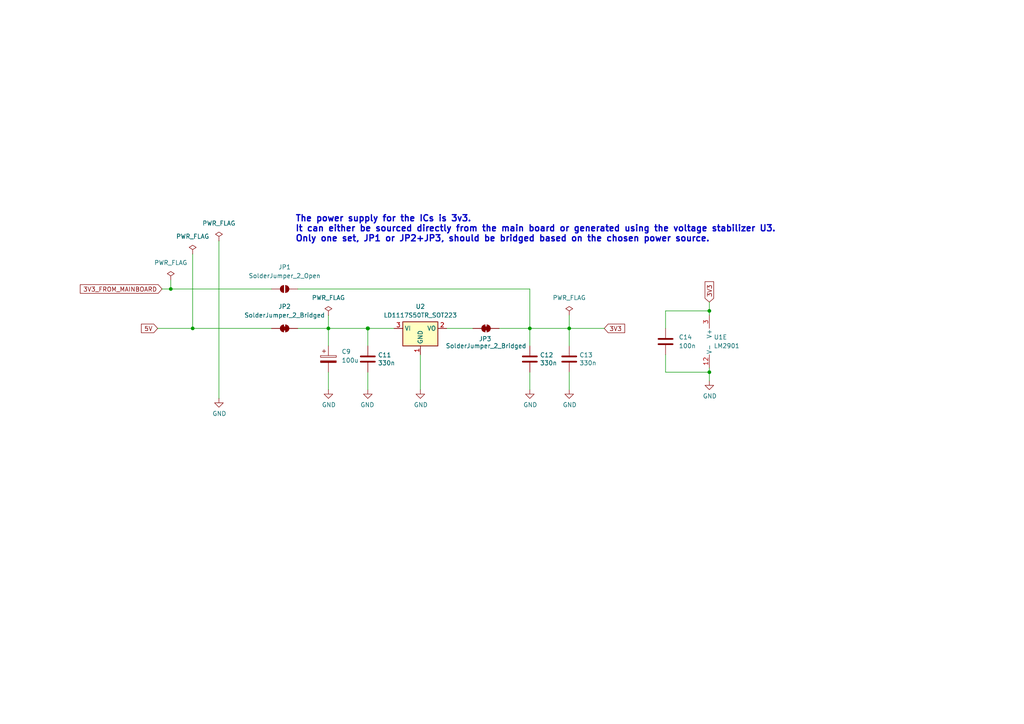
<source format=kicad_sch>
(kicad_sch (version 20250114) (generator "eeschema") (generator_version "9.0")
  (paper "A4")
  (lib_symbols
    (symbol "Comparator:LM2901" (pin_names (offset 0.127))
      (property "Reference" "U" (at 0 5.08 0))
      (property "Value" "LM2901" (at 0 -5.08 0))
      (symbol "LM2901_1_1"
        (polyline (pts (xy -5.08 5.08) (xy 5.08 0) (xy -5.08 -5.08) (xy -5.08 5.08)) (stroke (width 0.254)) (fill (type background)))
        (polyline (pts (xy 3.302 -0.508) (xy 2.794 -0.508) (xy 3.302 0) (xy 2.794 0.508) (xy 2.286 0) (xy 2.794 -0.508) (xy 2.286 -0.508)) (stroke (width 0.127)))
        (pin input line (at -7.62 2.54 0) (length 2.54) (name "+") (number "5"))
        (pin input line (at -7.62 -2.54 0) (length 2.54) (name "-") (number "4"))
        (pin open_collector line (at 7.62 0 180) (length 2.54) (name "~") (number "2"))
      )
      (symbol "LM2901_2_1"
        (polyline (pts (xy -5.08 5.08) (xy 5.08 0) (xy -5.08 -5.08) (xy -5.08 5.08)) (stroke (width 0.254)) (fill (type background)))
        (polyline (pts (xy 3.302 -0.508) (xy 2.794 -0.508) (xy 3.302 0) (xy 2.794 0.508) (xy 2.286 0) (xy 2.794 -0.508) (xy 2.286 -0.508)) (stroke (width 0.127)))
        (pin input line (at -7.62 2.54 0) (length 2.54) (name "+") (number "7"))
        (pin input line (at -7.62 -2.54 0) (length 2.54) (name "-") (number "6"))
        (pin open_collector line (at 7.62 0 180) (length 2.54) (name "~") (number "1"))
      )
      (symbol "LM2901_3_1"
        (polyline (pts (xy -5.08 5.08) (xy 5.08 0) (xy -5.08 -5.08) (xy -5.08 5.08)) (stroke (width 0.254)) (fill (type background)))
        (polyline (pts (xy 3.302 -0.508) (xy 2.794 -0.508) (xy 3.302 0) (xy 2.794 0.508) (xy 2.286 0) (xy 2.794 -0.508) (xy 2.286 -0.508)) (stroke (width 0.127)))
        (pin input line (at -7.62 2.54 0) (length 2.54) (name "+") (number "11"))
        (pin input line (at -7.62 -2.54 0) (length 2.54) (name "-") (number "10"))
        (pin open_collector line (at 7.62 0 180) (length 2.54) (name "~") (number "13"))
      )
      (symbol "LM2901_4_1"
        (polyline (pts (xy -5.08 5.08) (xy 5.08 0) (xy -5.08 -5.08) (xy -5.08 5.08)) (stroke (width 0.254)) (fill (type background)))
        (polyline (pts (xy 3.302 -0.508) (xy 2.794 -0.508) (xy 3.302 0) (xy 2.794 0.508) (xy 2.286 0) (xy 2.794 -0.508) (xy 2.286 -0.508)) (stroke (width 0.127)))
        (pin input line (at -7.62 2.54 0) (length 2.54) (name "+") (number "9"))
        (pin input line (at -7.62 -2.54 0) (length 2.54) (name "-") (number "8"))
        (pin open_collector line (at 7.62 0 180) (length 2.54) (name "~") (number "14"))
      )
      (symbol "LM2901_5_1"
        (pin power_in line (at -2.54 7.62 270) (length 3.81) (name "V+") (number "3"))
        (pin power_in line (at -2.54 -7.62 90) (length 3.81) (name "V-") (number "12"))
      )
    )
    (symbol "Device:C" (pin_numbers (hide yes)) (pin_names (offset 0.254))
      (property "Reference" "C" (at 0.635 2.54 0))
      (property "Value" "C" (at 0.635 -2.54 0))
      (symbol "C_0_1"
        (polyline (pts (xy -2.032 0.762) (xy 2.032 0.762)) (stroke (width 0.508)))
        (polyline (pts (xy -2.032 -0.762) (xy 2.032 -0.762)) (stroke (width 0.508)))
      )
      (symbol "C_1_1"
        (pin passive line (at 0 3.81 270) (length 2.794) (name "~") (number "1"))
        (pin passive line (at 0 -3.81 90) (length 2.794) (name "~") (number "2"))
      )
    )
    (symbol "Device:C_Polarized" (pin_numbers (hide yes)) (pin_names (offset 0.254))
      (property "Reference" "C" (at 0.635 2.54 0))
      (property "Value" "C_Polarized" (at 0.635 -2.54 0))
      (symbol "C_Polarized_0_1"
        (rectangle (start -2.286 0.508) (end 2.286 1.016))
        (polyline (pts (xy -1.778 2.286) (xy -0.762 2.286)))
        (polyline (pts (xy -1.27 2.794) (xy -1.27 1.778)))
        (rectangle (start 2.286 -0.508) (end -2.286 -1.016) (fill (type outline)))
      )
      (symbol "C_Polarized_1_1"
        (pin passive line (at 0 3.81 270) (length 2.794) (name "~") (number "1"))
        (pin passive line (at 0 -3.81 90) (length 2.794) (name "~") (number "2"))
      )
    )
    (symbol "Jumper:SolderJumper_2_Bridged" (pin_numbers (hide yes)) (pin_names (offset 0) (hide yes)) (exclude_from_sim yes) (in_bom no)
      (property "Reference" "JP" (at 0 2.032 0))
      (property "Value" "SolderJumper_2_Bridged" (at 0 -2.54 0))
      (symbol "SolderJumper_2_Bridged_0_1"
        (rectangle (start -0.508 0.508) (end 0.508 -0.508) (fill (type outline)))
        (polyline (pts (xy -0.254 1.016) (xy -0.254 -1.016)))
        (arc (start -0.254 -1.016) (mid -1.2656 0) (end -0.254 1.016))
        (arc (start -0.254 -1.016) (mid -1.2656 0) (end -0.254 1.016) (fill (type outline)))
        (arc (start 0.254 1.016) (mid 1.2656 0) (end 0.254 -1.016))
        (arc (start 0.254 1.016) (mid 1.2656 0) (end 0.254 -1.016) (fill (type outline)))
        (polyline (pts (xy 0.254 1.016) (xy 0.254 -1.016)))
      )
      (symbol "SolderJumper_2_Bridged_1_1"
        (pin passive line (at -3.81 0 0) (length 2.54) (name "A") (number "1"))
        (pin passive line (at 3.81 0 180) (length 2.54) (name "B") (number "2"))
      )
    )
    (symbol "Jumper:SolderJumper_2_Open" (pin_numbers (hide yes)) (pin_names (offset 0) (hide yes)) (exclude_from_sim yes) (in_bom no)
      (property "Reference" "JP" (at 0 2.032 0))
      (property "Value" "SolderJumper_2_Open" (at 0 -2.54 0))
      (symbol "SolderJumper_2_Open_0_1"
        (polyline (pts (xy -0.254 1.016) (xy -0.254 -1.016)))
        (arc (start -0.254 -1.016) (mid -1.2656 0) (end -0.254 1.016))
        (arc (start -0.254 -1.016) (mid -1.2656 0) (end -0.254 1.016) (fill (type outline)))
        (arc (start 0.254 1.016) (mid 1.2656 0) (end 0.254 -1.016))
        (arc (start 0.254 1.016) (mid 1.2656 0) (end 0.254 -1.016) (fill (type outline)))
        (polyline (pts (xy 0.254 1.016) (xy 0.254 -1.016)))
      )
      (symbol "SolderJumper_2_Open_1_1"
        (pin passive line (at -3.81 0 0) (length 2.54) (name "A") (number "1"))
        (pin passive line (at 3.81 0 180) (length 2.54) (name "B") (number "2"))
      )
    )
    (symbol "Regulator_Linear:LD1117S50TR_SOT223"
      (property "Reference" "U" (at -3.81 3.175 0))
      (property "Value" "LD1117S50TR_SOT223" (at 0 3.175 0))
      (symbol "LD1117S50TR_SOT223_0_1"
        (rectangle (start -5.08 -5.08) (end 5.08 1.905) (stroke (width 0.254)) (fill (type background)))
      )
      (symbol "LD1117S50TR_SOT223_1_1"
        (pin power_in line (at -7.62 0 0) (length 2.54) (name "VI") (number "3"))
        (pin power_in line (at 0 -7.62 90) (length 2.54) (name "GND") (number "1"))
        (pin power_out line (at 7.62 0 180) (length 2.54) (name "VO") (number "2"))
      )
    )
    (symbol "power:GND" (power) (pin_numbers (hide yes)) (pin_names (offset 0) (hide yes))
      (property "Value" "GND" (at 0 -3.81 0))
      (symbol "GND_0_1"
        (polyline (pts (xy 0 0) (xy 0 -1.27) (xy 1.27 -1.27) (xy 0 -2.54) (xy -1.27 -1.27) (xy 0 -1.27)))
      )
      (symbol "GND_1_1"
        (pin power_in line (at 0 0 270) (length 0) (name "~") (number "1"))
      )
    )
    (symbol "power:PWR_FLAG" (power) (pin_numbers (hide yes)) (pin_names (offset 0) (hide yes))
      (property "Value" "PWR_FLAG" (at 0 3.81 0))
      (symbol "PWR_FLAG_0_0"
        (pin power_out line (at 0 0 90) (length 0) (name "~") (number "1"))
      )
      (symbol "PWR_FLAG_0_1"
        (polyline (pts (xy 0 0) (xy 0 1.27) (xy -1.016 1.905) (xy 0 2.54) (xy 1.016 1.905) (xy 0 1.27)))
      )
    )
  )
  (text "The power supply for the ICs is 3v3. \nIt can either be sourced directly from the main board or generated using the voltage stabilizer U3.\nOnly one set, JP1 or JP2+JP3, should be bridged based on the chosen power source." (at 85.598 70.358 0) (effects (font (size 1.8034 1.8034) (thickness 0.3607) (bold yes)) (justify left bottom)))
  (junction (at 55.88 95.25))
  (junction (at 49.53 83.82))
  (junction (at 205.74 90.17))
  (junction (at 95.25 95.25))
  (junction (at 205.74 107.95))
  (junction (at 153.67 95.25))
  (junction (at 165.1 95.25))
  (junction (at 106.68 95.25) (diameter 1.016))
  (wire (pts (xy 205.74 90.17) (xy 205.74 91.44)))
  (wire (pts (xy 205.74 87.63) (xy 205.74 90.17)))
  (wire (pts (xy 46.99 83.82) (xy 49.53 83.82)))
  (wire (pts (xy 121.92 102.87) (xy 121.92 113.03)))
  (wire (pts (xy 193.04 107.95) (xy 205.74 107.95)))
  (wire (pts (xy 193.04 102.87) (xy 193.04 107.95)))
  (wire (pts (xy 193.04 95.25) (xy 193.04 90.17)))
  (wire (pts (xy 153.67 95.25) (xy 153.67 100.33)))
  (wire (pts (xy 193.04 90.17) (xy 205.74 90.17)))
  (wire (pts (xy 106.68 100.33) (xy 106.68 95.25)))
  (wire (pts (xy 165.1 107.95) (xy 165.1 113.03)))
  (wire (pts (xy 95.25 91.44) (xy 95.25 95.25)))
  (wire (pts (xy 205.74 106.68) (xy 205.74 107.95)))
  (wire (pts (xy 86.36 83.82) (xy 153.67 83.82)))
  (wire (pts (xy 63.5 69.85) (xy 63.5 115.57)))
  (wire (pts (xy 55.88 73.66) (xy 55.88 95.25)))
  (wire (pts (xy 95.25 95.25) (xy 95.25 100.33)))
  (wire (pts (xy 165.1 91.44) (xy 165.1 95.25)))
  (wire (pts (xy 153.67 83.82) (xy 153.67 95.25)))
  (wire (pts (xy 165.1 95.25) (xy 165.1 100.33)))
  (wire (pts (xy 45.72 95.25) (xy 55.88 95.25)))
  (wire (pts (xy 153.67 95.25) (xy 165.1 95.25)))
  (wire (pts (xy 86.36 95.25) (xy 95.25 95.25)))
  (wire (pts (xy 114.3 95.25) (xy 106.68 95.25)))
  (wire (pts (xy 49.53 83.82) (xy 78.74 83.82)))
  (wire (pts (xy 205.74 107.95) (xy 205.74 110.49)))
  (wire (pts (xy 129.54 95.25) (xy 137.16 95.25)))
  (wire (pts (xy 55.88 95.25) (xy 78.74 95.25)))
  (wire (pts (xy 165.1 95.25) (xy 175.26 95.25)))
  (wire (pts (xy 95.25 107.95) (xy 95.25 113.03)))
  (wire (pts (xy 106.68 107.95) (xy 106.68 113.03)))
  (wire (pts (xy 144.78 95.25) (xy 153.67 95.25)))
  (wire (pts (xy 95.25 95.25) (xy 106.68 95.25)))
  (wire (pts (xy 153.67 107.95) (xy 153.67 113.03)))
  (wire (pts (xy 49.53 81.28) (xy 49.53 83.82)))
  (global_label "3V3_FROM_MAINBOARD" (shape input) (at 46.99 83.82 180) (property "Intersheetrefs" "${INTERSHEET_REFS}" (effects (hide yes))))
  (global_label "3V3" (shape input) (at 205.74 87.63 90) (property "Intersheetrefs" "${INTERSHEET_REFS}" (effects (hide yes))))
  (global_label "3V3" (shape input) (at 175.26 95.25 0) (property "Intersheetrefs" "${INTERSHEET_REFS}" (effects (hide yes))))
  (global_label "5V" (shape input) (at 45.72 95.25 180) (property "Intersheetrefs" "${INTERSHEET_REFS}" (effects (hide yes))))
  (symbol (lib_id "Jumper:SolderJumper_2_Open") (at 82.55 83.82 0) (unit 1) (exclude_from_sim yes) (in_bom no)
    (property "Reference" "JP1" (at 82.55 77.47 0))
    (property "Value" "SolderJumper_2_Open" (at 82.55 80.01 0))
    (property "Footprint" "Jumper:SolderJumper-2_P1.3mm_Open_Pad1.0x1.5mm" (effects (hide yes)))
    (property "Description" "Solder Jumper, 2-pole, open" (effects (hide yes)))
  )
  (symbol (lib_id "power:GND") (at 106.68 113.03 0) (mirror y) (unit 1)
    (property "Reference" "#PWR035" (effects (hide yes)))
    (property "Value" "GND" (at 106.553 117.4242 0))
    (property "Description" "Power symbol creates a global label with name \"GND\" , ground" (effects (hide yes)))
  )
  (symbol (lib_id "power:GND") (at 165.1 113.03 0) (unit 1)
    (property "Reference" "#PWR038" (effects (hide yes)))
    (property "Value" "GND" (at 165.227 117.4242 0))
    (property "Description" "Power symbol creates a global label with name \"GND\" , ground" (effects (hide yes)))
  )
  (symbol (lib_id "power:PWR_FLAG") (at 55.88 73.66 0) (unit 1)
    (property "Reference" "#FLG04" (effects (hide yes)))
    (property "Value" "PWR_FLAG" (at 55.88 68.58 0))
    (property "Description" "Special symbol for telling ERC where power comes from" (effects (hide yes)))
  )
  (symbol (lib_id "power:GND") (at 205.74 110.49 0) (unit 1)
    (property "Reference" "#PWR039" (effects (hide yes)))
    (property "Value" "GND" (at 205.867 114.8842 0))
    (property "Description" "Power symbol creates a global label with name \"GND\" , ground" (effects (hide yes)))
  )
  (symbol (lib_id "Device:C_Polarized") (at 95.25 104.14 0) (unit 1)
    (property "Reference" "C9" (at 99.06 101.9809 0) (effects (justify left)))
    (property "Value" "100u" (at 99.06 104.5209 0) (effects (justify left)))
    (property "Footprint" "Capacitor_SMD:CP_Elec_6.3x5.8" (effects (hide yes)))
    (property "Description" "Polarized capacitor" (effects (hide yes)))
  )
  (symbol (lib_id "power:GND") (at 95.25 113.03 0) (unit 1)
    (property "Reference" "#PWR034" (effects (hide yes)))
    (property "Value" "GND" (at 95.377 117.4242 0))
    (property "Description" "Power symbol creates a global label with name \"GND\" , ground" (effects (hide yes)))
  )
  (symbol (lib_id "power:PWR_FLAG") (at 95.25 91.44 0) (unit 1)
    (property "Reference" "#FLG03" (effects (hide yes)))
    (property "Value" "PWR_FLAG" (at 95.25 86.36 0))
    (property "Description" "Special symbol for telling ERC where power comes from" (effects (hide yes)))
  )
  (symbol (lib_id "Comparator:LM2901") (at 208.28 99.06 0) (unit 5)
    (property "Reference" "U1" (at 207.01 97.7899 0) (effects (justify left)))
    (property "Value" "LM2901" (at 207.01 100.3299 0) (effects (justify left)))
    (property "Footprint" "Package_SO:SO-14_3.9x8.65mm_P1.27mm" (effects (hide yes)))
    (property "Datasheet" "https://www.st.com/resource/en/datasheet/lm2901.pdf" (effects (hide yes)))
    (property "Description" "Quad Differential Comparators, DIP-14/SOIC-14/TSSOP-14" (effects (hide yes)))
  )
  (symbol (lib_id "power:GND") (at 63.5 115.57 0) (unit 1)
    (property "Reference" "#PWR040" (effects (hide yes)))
    (property "Value" "GND" (at 63.627 119.9642 0))
    (property "Description" "Power symbol creates a global label with name \"GND\" , ground" (effects (hide yes)))
  )
  (symbol (lib_id "Jumper:SolderJumper_2_Bridged") (at 82.55 95.25 0) (unit 1) (exclude_from_sim yes) (in_bom no)
    (property "Reference" "JP2" (at 82.55 88.9 0))
    (property "Value" "SolderJumper_2_Bridged" (at 82.55 91.44 0))
    (property "Footprint" "Jumper:SolderJumper-2_P1.3mm_Bridged_Pad1.0x1.5mm" (effects (hide yes)))
    (property "Description" "Solder Jumper, 2-pole, closed/bridged" (effects (hide yes)))
  )
  (symbol (lib_id "Device:C") (at 153.67 104.14 0) (unit 1)
    (property "Reference" "C12" (at 156.591 102.9716 0) (effects (justify left)))
    (property "Value" "330n" (at 156.591 105.283 0) (effects (justify left)))
    (property "Footprint" "Capacitor_SMD:C_0805_2012Metric" (effects (hide yes)))
  )
  (symbol (lib_id "power:PWR_FLAG") (at 165.1 91.44 0) (unit 1)
    (property "Reference" "#FLG01" (effects (hide yes)))
    (property "Value" "PWR_FLAG" (at 165.1 86.36 0))
    (property "Description" "Special symbol for telling ERC where power comes from" (effects (hide yes)))
  )
  (symbol (lib_id "Regulator_Linear:LD1117S50TR_SOT223") (at 121.92 95.25 0) (unit 1)
    (property "Reference" "U2" (at 121.92 88.9 0))
    (property "Value" "LD1117S50TR_SOT223" (at 121.92 91.44 0))
    (property "Footprint" "Package_TO_SOT_SMD:SOT-223-3_TabPin2" (effects (hide yes)))
    (property "Datasheet" "http://www.st.com/st-web-ui/static/active/en/resource/technical/document/datasheet/CD00000544.pdf" (effects (hide yes)))
    (property "Description" "800mA Fixed Low Drop Positive Voltage Regulator, Fixed Output 5.0V, SOT-223" (effects (hide yes)))
  )
  (symbol (lib_id "power:PWR_FLAG") (at 63.5 69.85 0) (unit 1)
    (property "Reference" "#FLG05" (effects (hide yes)))
    (property "Value" "PWR_FLAG" (at 63.5 64.77 0))
    (property "Description" "Special symbol for telling ERC where power comes from" (effects (hide yes)))
  )
  (symbol (lib_id "Device:C") (at 165.1 104.14 0) (unit 1)
    (property "Reference" "C13" (at 168.021 102.9716 0) (effects (justify left)))
    (property "Value" "330n" (at 168.021 105.283 0) (effects (justify left)))
    (property "Footprint" "Capacitor_SMD:C_0805_2012Metric" (effects (hide yes)))
  )
  (symbol (lib_id "Device:C") (at 106.68 104.14 0) (unit 1)
    (property "Reference" "C11" (at 109.601 102.9716 0) (effects (justify left)))
    (property "Value" "330n" (at 109.601 105.283 0) (effects (justify left)))
    (property "Footprint" "Capacitor_SMD:C_0805_2012Metric" (effects (hide yes)))
  )
  (symbol (lib_id "power:GND") (at 121.92 113.03 0) (unit 1)
    (property "Reference" "#PWR036" (effects (hide yes)))
    (property "Value" "GND" (at 122.047 117.4242 0))
    (property "Description" "Power symbol creates a global label with name \"GND\" , ground" (effects (hide yes)))
  )
  (symbol (lib_id "Device:C") (at 193.04 99.06 0) (unit 1)
    (property "Reference" "C14" (at 196.85 97.7899 0) (effects (justify left)))
    (property "Value" "100n" (at 196.85 100.3299 0) (effects (justify left)))
    (property "Footprint" "Capacitor_SMD:C_0805_2012Metric" (effects (hide yes)))
  )
  (symbol (lib_id "power:GND") (at 153.67 113.03 0) (unit 1)
    (property "Reference" "#PWR037" (effects (hide yes)))
    (property "Value" "GND" (at 153.797 117.4242 0))
    (property "Description" "Power symbol creates a global label with name \"GND\" , ground" (effects (hide yes)))
  )
  (symbol (lib_id "Jumper:SolderJumper_2_Bridged") (at 140.97 95.25 0) (unit 1) (exclude_from_sim yes) (in_bom no)
    (property "Reference" "JP3" (at 140.716 98.298 0))
    (property "Value" "SolderJumper_2_Bridged" (at 140.97 100.33 0))
    (property "Footprint" "Jumper:SolderJumper-2_P1.3mm_Bridged_Pad1.0x1.5mm" (effects (hide yes)))
    (property "Description" "Solder Jumper, 2-pole, closed/bridged" (effects (hide yes)))
  )
  (symbol (lib_id "power:PWR_FLAG") (at 49.53 81.28 0) (unit 1)
    (property "Reference" "#FLG02" (effects (hide yes)))
    (property "Value" "PWR_FLAG" (at 49.53 76.2 0))
    (property "Description" "Special symbol for telling ERC where power comes from" (effects (hide yes)))
  )
)
</source>
